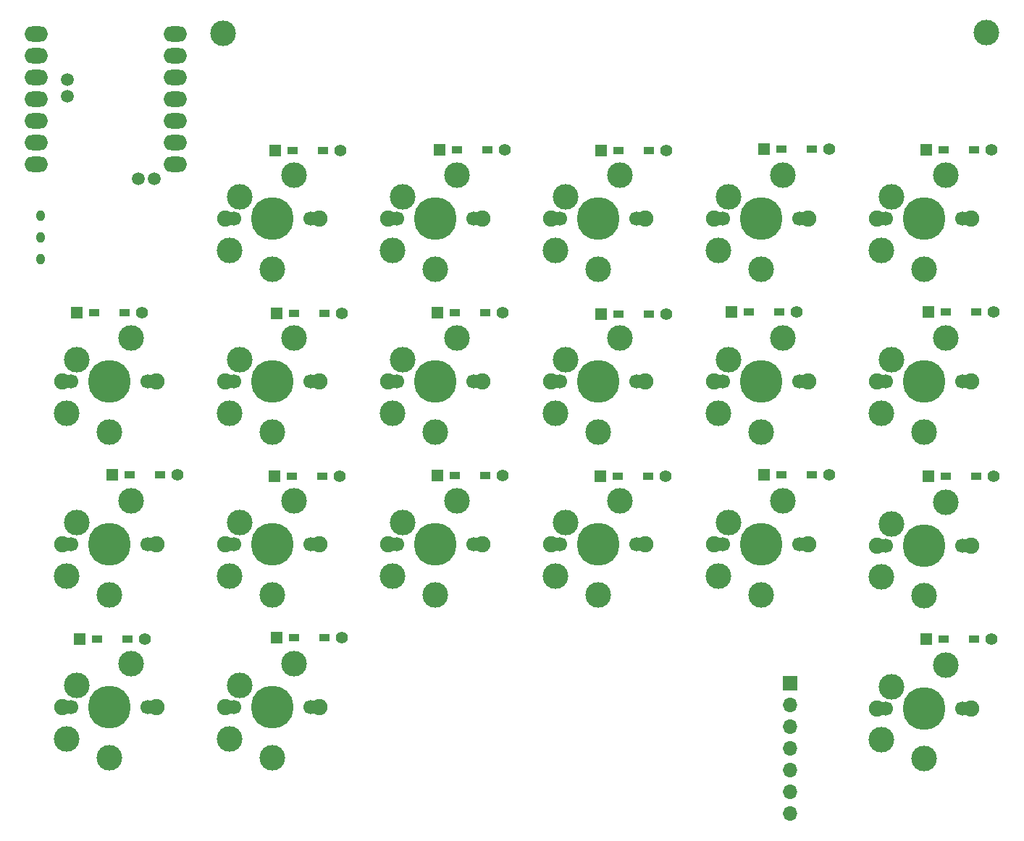
<source format=gbr>
%TF.GenerationSoftware,KiCad,Pcbnew,8.0.7*%
%TF.CreationDate,2025-02-16T08:40:01+09:00*%
%TF.ProjectId,cool642tb_R,636f6f6c-3634-4327-9462-5f522e6b6963,rev?*%
%TF.SameCoordinates,Original*%
%TF.FileFunction,Soldermask,Top*%
%TF.FilePolarity,Negative*%
%FSLAX46Y46*%
G04 Gerber Fmt 4.6, Leading zero omitted, Abs format (unit mm)*
G04 Created by KiCad (PCBNEW 8.0.7) date 2025-02-16 08:40:01*
%MOMM*%
%LPD*%
G01*
G04 APERTURE LIST*
%ADD10R,1.397000X1.397000*%
%ADD11R,1.300000X0.950000*%
%ADD12C,1.397000*%
%ADD13C,1.900000*%
%ADD14C,1.700000*%
%ADD15C,3.000000*%
%ADD16C,5.000000*%
%ADD17O,1.000000X1.300000*%
%ADD18C,1.500000*%
%ADD19O,2.750000X1.800000*%
%ADD20R,1.700000X1.700000*%
%ADD21O,1.700000X1.700000*%
G04 APERTURE END LIST*
D10*
%TO.C,D7*%
X19340000Y-30010000D03*
D11*
X21375000Y-30010000D03*
X24925000Y-30010000D03*
D12*
X26960000Y-30010000D03*
%TD*%
D10*
%TO.C,D11*%
X38370000Y-30100000D03*
D11*
X40405000Y-30100000D03*
X43955000Y-30100000D03*
D12*
X45990000Y-30100000D03*
%TD*%
D13*
%TO.C,SW1*%
X-5500000Y0D03*
D14*
X-5080000Y0D03*
D15*
X-5000000Y-3700000D03*
D14*
X-4500000Y0D03*
D15*
X-3810000Y2540000D03*
D16*
X0Y0D03*
D15*
X0Y-5900000D03*
X2540000Y5080000D03*
D14*
X4500000Y0D03*
X5080000Y0D03*
D13*
X5500000Y0D03*
%TD*%
D10*
%TO.C,D20*%
X76510000Y-49200000D03*
D11*
X78545000Y-49200000D03*
X82095000Y-49200000D03*
D12*
X84130000Y-49200000D03*
%TD*%
D13*
%TO.C,SW8*%
X-24550000Y-38100000D03*
D14*
X-24130000Y-38100000D03*
D15*
X-24050000Y-41800000D03*
D14*
X-23550000Y-38100000D03*
D15*
X-22860000Y-35560000D03*
D16*
X-19050000Y-38100000D03*
D15*
X-19050000Y-44000000D03*
X-16510000Y-33020000D03*
D14*
X-14550000Y-38100000D03*
X-13970000Y-38100000D03*
D13*
X-13550000Y-38100000D03*
%TD*%
D10*
%TO.C,D13*%
X57500000Y8140000D03*
D11*
X59535000Y8140000D03*
X63085000Y8140000D03*
D12*
X65120000Y8140000D03*
%TD*%
D13*
%TO.C,SW15*%
X51650000Y-38100000D03*
D14*
X52070000Y-38100000D03*
D15*
X52150000Y-41800000D03*
D14*
X52650000Y-38100000D03*
D15*
X53340000Y-35560000D03*
D16*
X57150000Y-38100000D03*
D15*
X57150000Y-44000000D03*
X59690000Y-33020000D03*
D14*
X61650000Y-38100000D03*
X62230000Y-38100000D03*
D13*
X62650000Y-38100000D03*
%TD*%
%TO.C,SW16*%
X-5500000Y-57150000D03*
D14*
X-5080000Y-57150000D03*
D15*
X-5000000Y-60850000D03*
D14*
X-4500000Y-57150000D03*
D15*
X-3810000Y-54610000D03*
D16*
X0Y-57150000D03*
D15*
X0Y-63050000D03*
X2540000Y-52070000D03*
D14*
X4500000Y-57150000D03*
X5080000Y-57150000D03*
D13*
X5500000Y-57150000D03*
%TD*%
D17*
%TO.C,SW21*%
X-27070000Y-4670000D03*
X-27070000Y-2170000D03*
X-27070000Y330000D03*
%TD*%
D13*
%TO.C,SW13*%
X51650000Y0D03*
D14*
X52070000Y0D03*
D15*
X52150000Y-3700000D03*
D14*
X52650000Y0D03*
D15*
X53340000Y2540000D03*
D16*
X57150000Y0D03*
D15*
X57150000Y-5900000D03*
X59690000Y5080000D03*
D14*
X61650000Y0D03*
X62230000Y0D03*
D13*
X62650000Y0D03*
%TD*%
D10*
%TO.C,D15*%
X57500000Y-29950000D03*
D11*
X59535000Y-29950000D03*
X63085000Y-29950000D03*
D12*
X65120000Y-29950000D03*
%TD*%
D10*
%TO.C,D1*%
X350000Y8000000D03*
D11*
X2385000Y8000000D03*
X5935000Y8000000D03*
D12*
X7970000Y8000000D03*
%TD*%
D10*
%TO.C,D9*%
X38490000Y8000000D03*
D11*
X40525000Y8000000D03*
X44075000Y8000000D03*
D12*
X46110000Y8000000D03*
%TD*%
D10*
%TO.C,D17*%
X76480000Y8060000D03*
D11*
X78515000Y8060000D03*
X82065000Y8060000D03*
D12*
X84100000Y8060000D03*
%TD*%
D10*
%TO.C,D4*%
X-22850000Y-10950000D03*
D11*
X-20815000Y-10950000D03*
X-17265000Y-10950000D03*
D12*
X-15230000Y-10950000D03*
%TD*%
D10*
%TO.C,D16*%
X520000Y-48970000D03*
D11*
X2555000Y-48970000D03*
X6105000Y-48970000D03*
D12*
X8140000Y-48970000D03*
%TD*%
D13*
%TO.C,SW17*%
X70700000Y0D03*
D14*
X71120000Y0D03*
D15*
X71200000Y-3700000D03*
D14*
X71700000Y0D03*
D15*
X72390000Y2540000D03*
D16*
X76200000Y0D03*
D15*
X76200000Y-5900000D03*
X78740000Y5080000D03*
D14*
X80700000Y0D03*
X81280000Y0D03*
D13*
X81700000Y0D03*
%TD*%
D10*
%TO.C,D3*%
X295000Y-30130000D03*
D11*
X2330000Y-30130000D03*
X5880000Y-30130000D03*
D12*
X7915000Y-30130000D03*
%TD*%
D10*
%TO.C,D19*%
X76740000Y-30110000D03*
D11*
X78775000Y-30110000D03*
X82325000Y-30110000D03*
D12*
X84360000Y-30110000D03*
%TD*%
D13*
%TO.C,SW11*%
X32600000Y-38100000D03*
D14*
X33020000Y-38100000D03*
D15*
X33100000Y-41800000D03*
D14*
X33600000Y-38100000D03*
D15*
X34290000Y-35560000D03*
D16*
X38100000Y-38100000D03*
D15*
X38100000Y-44000000D03*
X40640000Y-33020000D03*
D14*
X42600000Y-38100000D03*
X43180000Y-38100000D03*
D13*
X43600000Y-38100000D03*
%TD*%
%TO.C,SW12*%
X-24550000Y-57150000D03*
D14*
X-24130000Y-57150000D03*
D15*
X-24050000Y-60850000D03*
D14*
X-23550000Y-57150000D03*
D15*
X-22860000Y-54610000D03*
D16*
X-19050000Y-57150000D03*
D15*
X-19050000Y-63050000D03*
X-16510000Y-52070000D03*
D14*
X-14550000Y-57150000D03*
X-13970000Y-57150000D03*
D13*
X-13550000Y-57150000D03*
%TD*%
%TO.C,SW19*%
X70700000Y-38200000D03*
D14*
X71120000Y-38200000D03*
D15*
X71200000Y-41900000D03*
D14*
X71700000Y-38200000D03*
D15*
X72390000Y-35660000D03*
D16*
X76200000Y-38200000D03*
D15*
X76200000Y-44100000D03*
X78740000Y-33120000D03*
D14*
X80700000Y-38200000D03*
X81280000Y-38200000D03*
D13*
X81700000Y-38200000D03*
%TD*%
%TO.C,SW20*%
X70700000Y-57250000D03*
D14*
X71120000Y-57250000D03*
D15*
X71200000Y-60950000D03*
D14*
X71700000Y-57250000D03*
D15*
X72390000Y-54710000D03*
D16*
X76200000Y-57250000D03*
D15*
X76200000Y-63150000D03*
X78740000Y-52170000D03*
D14*
X80700000Y-57250000D03*
X81280000Y-57250000D03*
D13*
X81700000Y-57250000D03*
%TD*%
%TO.C,SW3*%
X-5500000Y-38100000D03*
D14*
X-5080000Y-38100000D03*
D15*
X-5000000Y-41800000D03*
D14*
X-4500000Y-38100000D03*
D15*
X-3810000Y-35560000D03*
D16*
X0Y-38100000D03*
D15*
X0Y-44000000D03*
X2540000Y-33020000D03*
D14*
X4500000Y-38100000D03*
X5080000Y-38100000D03*
D13*
X5500000Y-38100000D03*
%TD*%
D10*
%TO.C,D10*%
X38430000Y-11150000D03*
D11*
X40465000Y-11150000D03*
X44015000Y-11150000D03*
D12*
X46050000Y-11150000D03*
%TD*%
D13*
%TO.C,SW7*%
X13550000Y-38100000D03*
D14*
X13970000Y-38100000D03*
D15*
X14050000Y-41800000D03*
D14*
X14550000Y-38100000D03*
D15*
X15240000Y-35560000D03*
D16*
X19050000Y-38100000D03*
D15*
X19050000Y-44000000D03*
X21590000Y-33020000D03*
D14*
X23550000Y-38100000D03*
X24130000Y-38100000D03*
D13*
X24550000Y-38100000D03*
%TD*%
%TO.C,SW10*%
X32600000Y-19050000D03*
D14*
X33020000Y-19050000D03*
D15*
X33100000Y-22750000D03*
D14*
X33600000Y-19050000D03*
D15*
X34290000Y-16510000D03*
D16*
X38100000Y-19050000D03*
D15*
X38100000Y-24950000D03*
X40640000Y-13970000D03*
D14*
X42600000Y-19050000D03*
X43180000Y-19050000D03*
D13*
X43600000Y-19050000D03*
%TD*%
D18*
%TO.C,U1*%
X-23915000Y16252000D03*
X-23915000Y14347000D03*
X-13755000Y4718000D03*
X-15634600Y4718000D03*
D19*
X-11350000Y21650000D03*
X-11350000Y19110000D03*
X-11350000Y16570000D03*
X-11350000Y14030000D03*
X-11350000Y11490000D03*
X-11350000Y8950000D03*
X-11350000Y6410000D03*
X-27590000Y6410000D03*
X-27590000Y8950000D03*
X-27590000Y11490000D03*
X-27590000Y14030000D03*
X-27590000Y16570000D03*
X-27590000Y19110000D03*
X-27590000Y21650000D03*
%TD*%
D10*
%TO.C,D2*%
X500000Y-11080000D03*
D11*
X2535000Y-11080000D03*
X6085000Y-11080000D03*
D12*
X8120000Y-11080000D03*
%TD*%
D20*
%TO.C,J1*%
X60590000Y-54350000D03*
D21*
X60590000Y-56890000D03*
X60590000Y-59430000D03*
X60590000Y-61970000D03*
X60590000Y-64510000D03*
X60590000Y-67050000D03*
X60590000Y-69590000D03*
%TD*%
D10*
%TO.C,D6*%
X19340000Y-10980000D03*
D11*
X21375000Y-10980000D03*
X24925000Y-10980000D03*
D12*
X26960000Y-10980000D03*
%TD*%
D13*
%TO.C,SW5*%
X13550000Y0D03*
D14*
X13970000Y0D03*
D15*
X14050000Y-3700000D03*
D14*
X14550000Y0D03*
D15*
X15240000Y2540000D03*
D16*
X19050000Y0D03*
D15*
X19050000Y-5900000D03*
X21590000Y5080000D03*
D14*
X23550000Y0D03*
X24130000Y0D03*
D13*
X24550000Y0D03*
%TD*%
%TO.C,SW6*%
X13550000Y-19050000D03*
D14*
X13970000Y-19050000D03*
D15*
X14050000Y-22750000D03*
D14*
X14550000Y-19050000D03*
D15*
X15240000Y-16510000D03*
D16*
X19050000Y-19050000D03*
D15*
X19050000Y-24950000D03*
X21590000Y-13970000D03*
D14*
X23550000Y-19050000D03*
X24130000Y-19050000D03*
D13*
X24550000Y-19050000D03*
%TD*%
%TO.C,SW9*%
X32600000Y0D03*
D14*
X33020000Y0D03*
D15*
X33100000Y-3700000D03*
D14*
X33600000Y0D03*
D15*
X34290000Y2540000D03*
D16*
X38100000Y0D03*
D15*
X38100000Y-5900000D03*
X40640000Y5080000D03*
D14*
X42600000Y0D03*
X43180000Y0D03*
D13*
X43600000Y0D03*
%TD*%
%TO.C,SW4*%
X-24550000Y-19050000D03*
D14*
X-24130000Y-19050000D03*
D15*
X-24050000Y-22750000D03*
D14*
X-23550000Y-19050000D03*
D15*
X-22860000Y-16510000D03*
D16*
X-19050000Y-19050000D03*
D15*
X-19050000Y-24950000D03*
X-16510000Y-13970000D03*
D14*
X-14550000Y-19050000D03*
X-13970000Y-19050000D03*
D13*
X-13550000Y-19050000D03*
%TD*%
D10*
%TO.C,D8*%
X-18680000Y-29980000D03*
D11*
X-16645000Y-29980000D03*
X-13095000Y-29980000D03*
D12*
X-11060000Y-29980000D03*
%TD*%
D10*
%TO.C,D14*%
X53680000Y-10930000D03*
D11*
X55715000Y-10930000D03*
X59265000Y-10930000D03*
D12*
X61300000Y-10930000D03*
%TD*%
D10*
%TO.C,D12*%
X-22500000Y-49140000D03*
D11*
X-20465000Y-49140000D03*
X-16915000Y-49140000D03*
D12*
X-14880000Y-49140000D03*
%TD*%
D10*
%TO.C,D5*%
X19600000Y8040000D03*
D11*
X21635000Y8040000D03*
X25185000Y8040000D03*
D12*
X27220000Y8040000D03*
%TD*%
D13*
%TO.C,SW2*%
X-5500000Y-19050000D03*
D14*
X-5080000Y-19050000D03*
D15*
X-5000000Y-22750000D03*
D14*
X-4500000Y-19050000D03*
D15*
X-3810000Y-16510000D03*
D16*
X0Y-19050000D03*
D15*
X0Y-24950000D03*
X2540000Y-13970000D03*
D14*
X4500000Y-19050000D03*
X5080000Y-19050000D03*
D13*
X5500000Y-19050000D03*
%TD*%
%TO.C,SW18*%
X70700000Y-19050000D03*
D14*
X71120000Y-19050000D03*
D15*
X71200000Y-22750000D03*
D14*
X71700000Y-19050000D03*
D15*
X72390000Y-16510000D03*
D16*
X76200000Y-19050000D03*
D15*
X76200000Y-24950000D03*
X78740000Y-13970000D03*
D14*
X80700000Y-19050000D03*
X81280000Y-19050000D03*
D13*
X81700000Y-19050000D03*
%TD*%
%TO.C,SW14*%
X51650000Y-19050000D03*
D14*
X52070000Y-19050000D03*
D15*
X52150000Y-22750000D03*
D14*
X52650000Y-19050000D03*
D15*
X53340000Y-16510000D03*
D16*
X57150000Y-19050000D03*
D15*
X57150000Y-24950000D03*
X59690000Y-13970000D03*
D14*
X61650000Y-19050000D03*
X62230000Y-19050000D03*
D13*
X62650000Y-19050000D03*
%TD*%
D10*
%TO.C,D18*%
X76730000Y-10920000D03*
D11*
X78765000Y-10920000D03*
X82315000Y-10920000D03*
D12*
X84350000Y-10920000D03*
%TD*%
D15*
%TO.C,BT1*%
X-5730000Y21730000D03*
X83540000Y21770000D03*
%TD*%
M02*

</source>
